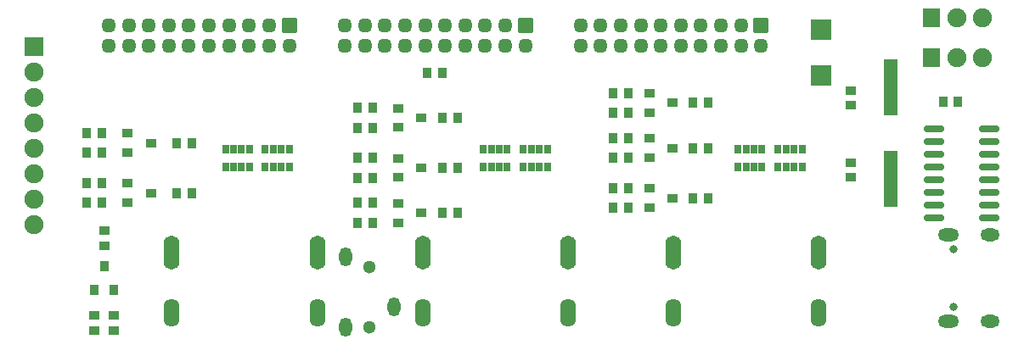
<source format=gbr>
%TF.GenerationSoftware,KiCad,Pcbnew,8.0.7-8.0.7-0~ubuntu24.04.1*%
%TF.CreationDate,2025-01-05T15:57:20-05:00*%
%TF.ProjectId,3xHDMI,33784844-4d49-42e6-9b69-6361645f7063,v1*%
%TF.SameCoordinates,Original*%
%TF.FileFunction,Soldermask,Bot*%
%TF.FilePolarity,Negative*%
%FSLAX46Y46*%
G04 Gerber Fmt 4.6, Leading zero omitted, Abs format (unit mm)*
G04 Created by KiCad (PCBNEW 8.0.7-8.0.7-0~ubuntu24.04.1) date 2025-01-05 15:57:20*
%MOMM*%
%LPD*%
G01*
G04 APERTURE LIST*
G04 Aperture macros list*
%AMRoundRect*
0 Rectangle with rounded corners*
0 $1 Rounding radius*
0 $2 $3 $4 $5 $6 $7 $8 $9 X,Y pos of 4 corners*
0 Add a 4 corners polygon primitive as box body*
4,1,4,$2,$3,$4,$5,$6,$7,$8,$9,$2,$3,0*
0 Add four circle primitives for the rounded corners*
1,1,$1+$1,$2,$3*
1,1,$1+$1,$4,$5*
1,1,$1+$1,$6,$7*
1,1,$1+$1,$8,$9*
0 Add four rect primitives between the rounded corners*
20,1,$1+$1,$2,$3,$4,$5,0*
20,1,$1+$1,$4,$5,$6,$7,0*
20,1,$1+$1,$6,$7,$8,$9,0*
20,1,$1+$1,$8,$9,$2,$3,0*%
G04 Aperture macros list end*
%ADD10O,1.600000X2.800000*%
%ADD11O,1.600000X3.400000*%
%ADD12RoundRect,0.050000X-0.787500X-0.900000X0.787500X-0.900000X0.787500X0.900000X-0.787500X0.900000X0*%
%ADD13C,1.900000*%
%ADD14RoundRect,0.050000X-0.675000X0.675000X-0.675000X-0.675000X0.675000X-0.675000X0.675000X0.675000X0*%
%ADD15O,1.450000X1.450000*%
%ADD16RoundRect,0.050000X-0.900000X0.900000X-0.900000X-0.900000X0.900000X-0.900000X0.900000X0.900000X0*%
%ADD17C,0.800000*%
%ADD18O,2.100000X1.300000*%
%ADD19O,1.900000X1.300000*%
%ADD20RoundRect,0.050000X-0.403000X-0.432000X0.403000X-0.432000X0.403000X0.432000X-0.403000X0.432000X0*%
%ADD21O,2.071000X0.702000*%
%ADD22RoundRect,0.050000X-0.500000X-0.400000X0.500000X-0.400000X0.500000X0.400000X-0.500000X0.400000X0*%
%ADD23RoundRect,0.050000X0.325000X0.400000X-0.325000X0.400000X-0.325000X-0.400000X0.325000X-0.400000X0*%
%ADD24RoundRect,0.050000X0.250000X0.400000X-0.250000X0.400000X-0.250000X-0.400000X0.250000X-0.400000X0*%
%ADD25RoundRect,0.050000X0.403000X0.432000X-0.403000X0.432000X-0.403000X-0.432000X0.403000X-0.432000X0*%
%ADD26C,1.300000*%
%ADD27O,1.300000X1.900000*%
%ADD28RoundRect,0.050000X0.400000X0.450000X-0.400000X0.450000X-0.400000X-0.450000X0.400000X-0.450000X0*%
%ADD29RoundRect,0.050000X-0.325000X-0.400000X0.325000X-0.400000X0.325000X0.400000X-0.325000X0.400000X0*%
%ADD30RoundRect,0.050000X-0.250000X-0.400000X0.250000X-0.400000X0.250000X0.400000X-0.250000X0.400000X0*%
%ADD31RoundRect,0.050000X0.400000X-0.500000X0.400000X0.500000X-0.400000X0.500000X-0.400000X-0.500000X0*%
%ADD32RoundRect,0.050000X-0.450000X0.400000X-0.450000X-0.400000X0.450000X-0.400000X0.450000X0.400000X0*%
%ADD33RoundRect,0.050000X-0.432000X0.403000X-0.432000X-0.403000X0.432000X-0.403000X0.432000X0.403000X0*%
%ADD34RoundRect,0.050000X-1.000000X1.000000X-1.000000X-1.000000X1.000000X-1.000000X1.000000X1.000000X0*%
%ADD35RoundRect,0.050000X0.450000X-0.400000X0.450000X0.400000X-0.450000X0.400000X-0.450000X-0.400000X0*%
%ADD36RoundRect,0.050000X0.432000X-0.403000X0.432000X0.403000X-0.432000X0.403000X-0.432000X-0.403000X0*%
%ADD37RoundRect,0.050000X-0.650000X2.750000X-0.650000X-2.750000X0.650000X-2.750000X0.650000X2.750000X0*%
G04 APERTURE END LIST*
D10*
%TO.C,J4*%
X30249000Y-31479000D03*
X15751000Y-31479000D03*
D11*
X30249000Y-25480000D03*
X15751000Y-25480000D03*
%TD*%
D12*
%TO.C,J6*%
X91460000Y-6000000D03*
D13*
X94000000Y-6000000D03*
X96540000Y-6000000D03*
%TD*%
D14*
%TO.C,J7*%
X27450000Y-2800000D03*
D15*
X27450000Y-4800000D03*
X25450000Y-2800000D03*
X25450000Y-4800000D03*
X23450000Y-2800000D03*
X23450000Y-4800000D03*
X21450000Y-2800000D03*
X21450000Y-4800000D03*
X19450000Y-2800000D03*
X19450000Y-4800000D03*
X17450000Y-2800000D03*
X17450000Y-4800000D03*
X15450000Y-2800000D03*
X15450000Y-4800000D03*
X13450000Y-2800000D03*
X13450000Y-4800000D03*
X11450000Y-2800000D03*
X11450000Y-4800000D03*
X9450000Y-2800000D03*
X9450000Y-4800000D03*
%TD*%
D14*
%TO.C,J8*%
X51000000Y-2800000D03*
D15*
X51000000Y-4800000D03*
X49000000Y-2800000D03*
X49000000Y-4800000D03*
X47000000Y-2800000D03*
X47000000Y-4800000D03*
X45000000Y-2800000D03*
X45000000Y-4800000D03*
X43000000Y-2800000D03*
X43000000Y-4800000D03*
X41000000Y-2800000D03*
X41000000Y-4800000D03*
X39000000Y-2800000D03*
X39000000Y-4800000D03*
X37000000Y-2800000D03*
X37000000Y-4800000D03*
X35000000Y-2800000D03*
X35000000Y-4800000D03*
X33000000Y-2800000D03*
X33000000Y-4800000D03*
%TD*%
D12*
%TO.C,J10*%
X91460000Y-2000000D03*
D13*
X94000000Y-2000000D03*
X96540000Y-2000000D03*
%TD*%
D14*
%TO.C,J9*%
X74500000Y-2800000D03*
D15*
X74500000Y-4800000D03*
X72500000Y-2800000D03*
X72500000Y-4800000D03*
X70500000Y-2800000D03*
X70500000Y-4800000D03*
X68500000Y-2800000D03*
X68500000Y-4800000D03*
X66500000Y-2800000D03*
X66500000Y-4800000D03*
X64500000Y-2800000D03*
X64500000Y-4800000D03*
X62500000Y-2800000D03*
X62500000Y-4800000D03*
X60500000Y-2800000D03*
X60500000Y-4800000D03*
X58500000Y-2800000D03*
X58500000Y-4800000D03*
X56500000Y-2800000D03*
X56500000Y-4800000D03*
%TD*%
D10*
%TO.C,J3*%
X55249000Y-31479000D03*
X40751000Y-31479000D03*
D11*
X55249000Y-25480000D03*
X40751000Y-25480000D03*
%TD*%
D16*
%TO.C,P1*%
X2000000Y-4920000D03*
D13*
X2000000Y-7460000D03*
X2000000Y-10000000D03*
X2000000Y-12540000D03*
X2000000Y-15080000D03*
X2000000Y-17620000D03*
X2000000Y-20160000D03*
X2000000Y-22700000D03*
%TD*%
D10*
%TO.C,J1*%
X80249000Y-31479000D03*
X65751000Y-31479000D03*
D11*
X80249000Y-25480000D03*
X65751000Y-25480000D03*
%TD*%
D17*
%TO.C,J5*%
X93721500Y-30890000D03*
X93721500Y-25110000D03*
D18*
X93191500Y-32320000D03*
X93191500Y-23680000D03*
D19*
X97371500Y-32320000D03*
X97371500Y-23680000D03*
%TD*%
D20*
%TO.C,R21*%
X34247000Y-16000000D03*
X35753000Y-16000000D03*
%TD*%
D21*
%TO.C,U1*%
X91764000Y-21945000D03*
X91764000Y-20675000D03*
X91764000Y-19405000D03*
X91764000Y-18135000D03*
X91764000Y-16865000D03*
X91764000Y-15595000D03*
X91764000Y-14325000D03*
X91764000Y-13055000D03*
X97236000Y-13055000D03*
X97236000Y-14325000D03*
X97236000Y-15595000D03*
X97236000Y-16865000D03*
X97236000Y-18135000D03*
X97236000Y-19405000D03*
X97236000Y-20675000D03*
X97236000Y-21945000D03*
%TD*%
D22*
%TO.C,Q1*%
X63350000Y-15950000D03*
X63350000Y-14050000D03*
X65650000Y-15000000D03*
%TD*%
%TO.C,Q8*%
X38350000Y-22450000D03*
X38350000Y-20550000D03*
X40650000Y-21500000D03*
%TD*%
D23*
%TO.C,RN2*%
X78600000Y-16900000D03*
D24*
X77800000Y-16900000D03*
X77000000Y-16900000D03*
D23*
X76200000Y-16900000D03*
X76200000Y-15100000D03*
D24*
X77000000Y-15100000D03*
X77800000Y-15100000D03*
D23*
X78600000Y-15100000D03*
%TD*%
D20*
%TO.C,R23*%
X34247000Y-13000000D03*
X35753000Y-13000000D03*
%TD*%
%TO.C,R32*%
X7247000Y-13500000D03*
X8753000Y-13500000D03*
%TD*%
%TO.C,R12*%
X59747000Y-14000000D03*
X61253000Y-14000000D03*
%TD*%
D25*
%TO.C,R5*%
X42753000Y-7500000D03*
X41247000Y-7500000D03*
%TD*%
D20*
%TO.C,R31*%
X7247000Y-15500000D03*
X8753000Y-15500000D03*
%TD*%
D26*
%TO.C,J2*%
X35476000Y-32912500D03*
X35476000Y-26912500D03*
D27*
X37876000Y-30912500D03*
X33076000Y-32912500D03*
X33076000Y-25912500D03*
%TD*%
D20*
%TO.C,R16*%
X59747000Y-9500000D03*
X61253000Y-9500000D03*
%TD*%
D28*
%TO.C,C3*%
X94100000Y-10400000D03*
X92700000Y-10400000D03*
%TD*%
D20*
%TO.C,R24*%
X34247000Y-11000000D03*
X35753000Y-11000000D03*
%TD*%
D29*
%TO.C,RN4*%
X50800000Y-15100000D03*
D30*
X51600000Y-15100000D03*
X52400000Y-15100000D03*
D29*
X53200000Y-15100000D03*
X53200000Y-16900000D03*
D30*
X52400000Y-16900000D03*
X51600000Y-16900000D03*
D29*
X50800000Y-16900000D03*
%TD*%
D31*
%TO.C,Q9*%
X9950000Y-29150000D03*
X8050000Y-29150000D03*
X9000000Y-26850000D03*
%TD*%
D32*
%TO.C,C4*%
X83462500Y-9300000D03*
X83462500Y-10700000D03*
%TD*%
D33*
%TO.C,R45*%
X9000000Y-23247000D03*
X9000000Y-24753000D03*
%TD*%
D34*
%TO.C,D1*%
X80500000Y-7800000D03*
X80500000Y-3200000D03*
%TD*%
D25*
%TO.C,R25*%
X44253000Y-12000000D03*
X42747000Y-12000000D03*
%TD*%
D22*
%TO.C,Q2*%
X63350000Y-11450000D03*
X63350000Y-9550000D03*
X65650000Y-10500000D03*
%TD*%
D20*
%TO.C,R9*%
X59747000Y-21000000D03*
X61253000Y-21000000D03*
%TD*%
%TO.C,R20*%
X34247000Y-18000000D03*
X35753000Y-18000000D03*
%TD*%
D22*
%TO.C,Q7*%
X63350000Y-20950000D03*
X63350000Y-19050000D03*
X65650000Y-20000000D03*
%TD*%
D20*
%TO.C,R41*%
X34247000Y-20500000D03*
X35753000Y-20500000D03*
%TD*%
D29*
%TO.C,RN5*%
X21100000Y-15100000D03*
D30*
X21900000Y-15100000D03*
X22700000Y-15100000D03*
D29*
X23500000Y-15100000D03*
X23500000Y-16900000D03*
D30*
X22700000Y-16900000D03*
X21900000Y-16900000D03*
D29*
X21100000Y-16900000D03*
%TD*%
D20*
%TO.C,R11*%
X59747000Y-16000000D03*
X61253000Y-16000000D03*
%TD*%
%TO.C,R29*%
X7247000Y-18500000D03*
X8753000Y-18500000D03*
%TD*%
D22*
%TO.C,Q5*%
X11350000Y-20450000D03*
X11350000Y-18550000D03*
X13650000Y-19500000D03*
%TD*%
D25*
%TO.C,R14*%
X69253000Y-15000000D03*
X67747000Y-15000000D03*
%TD*%
%TO.C,R33*%
X17753000Y-14500000D03*
X16247000Y-14500000D03*
%TD*%
D35*
%TO.C,C5*%
X83462500Y-17900000D03*
X83462500Y-16500000D03*
%TD*%
D29*
%TO.C,RN6*%
X25050000Y-15100000D03*
D30*
X25850000Y-15100000D03*
X26650000Y-15100000D03*
D29*
X27450000Y-15100000D03*
X27450000Y-16900000D03*
D30*
X26650000Y-16900000D03*
X25850000Y-16900000D03*
D29*
X25050000Y-16900000D03*
%TD*%
D23*
%TO.C,RN1*%
X74600000Y-16900000D03*
D24*
X73800000Y-16900000D03*
X73000000Y-16900000D03*
D23*
X72200000Y-16900000D03*
X72200000Y-15100000D03*
D24*
X73000000Y-15100000D03*
X73800000Y-15100000D03*
D23*
X74600000Y-15100000D03*
%TD*%
D25*
%TO.C,R30*%
X17753000Y-19500000D03*
X16247000Y-19500000D03*
%TD*%
D29*
%TO.C,RN3*%
X46800000Y-15100000D03*
D30*
X47600000Y-15100000D03*
X48400000Y-15100000D03*
D29*
X49200000Y-15100000D03*
X49200000Y-16900000D03*
D30*
X48400000Y-16900000D03*
X47600000Y-16900000D03*
D29*
X46800000Y-16900000D03*
%TD*%
D20*
%TO.C,R15*%
X59747000Y-11500000D03*
X61253000Y-11500000D03*
%TD*%
D36*
%TO.C,R43*%
X10000000Y-33253000D03*
X10000000Y-31747000D03*
%TD*%
D20*
%TO.C,R10*%
X59747000Y-19000000D03*
X61253000Y-19000000D03*
%TD*%
D36*
%TO.C,R44*%
X8000000Y-33253000D03*
X8000000Y-31747000D03*
%TD*%
D25*
%TO.C,R17*%
X69253000Y-10500000D03*
X67747000Y-10500000D03*
%TD*%
D37*
%TO.C,X1*%
X87462500Y-18053000D03*
X87462500Y-8947000D03*
%TD*%
D22*
%TO.C,Q3*%
X38350000Y-17950000D03*
X38350000Y-16050000D03*
X40650000Y-17000000D03*
%TD*%
D25*
%TO.C,R39*%
X69253000Y-20000000D03*
X67747000Y-20000000D03*
%TD*%
%TO.C,R22*%
X44253000Y-17000000D03*
X42747000Y-17000000D03*
%TD*%
%TO.C,R42*%
X44253000Y-21500000D03*
X42747000Y-21500000D03*
%TD*%
D20*
%TO.C,R40*%
X34247000Y-22500000D03*
X35753000Y-22500000D03*
%TD*%
D22*
%TO.C,Q4*%
X38350000Y-12950000D03*
X38350000Y-11050000D03*
X40650000Y-12000000D03*
%TD*%
D20*
%TO.C,R28*%
X7247000Y-20500000D03*
X8753000Y-20500000D03*
%TD*%
D22*
%TO.C,Q6*%
X11350000Y-15450000D03*
X11350000Y-13550000D03*
X13650000Y-14500000D03*
%TD*%
M02*

</source>
